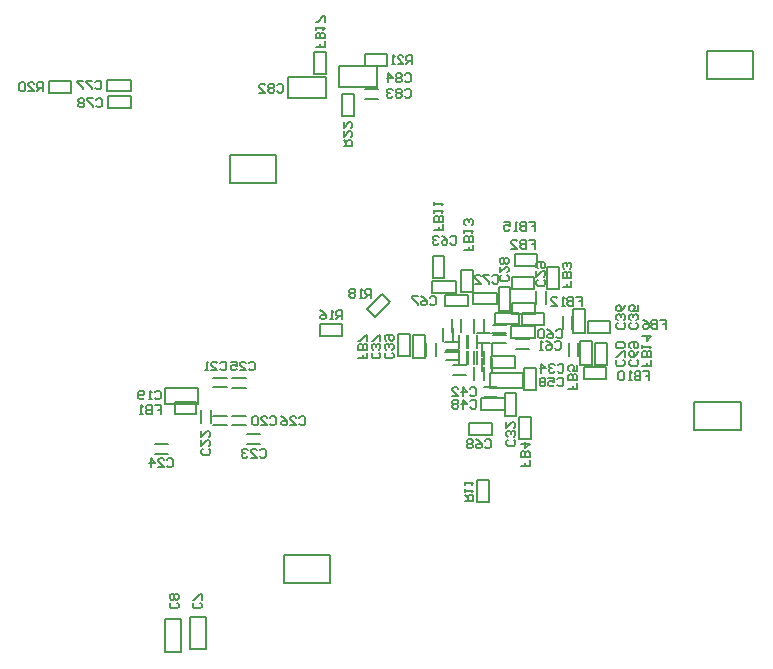
<source format=gbo>
G04*
G04 #@! TF.GenerationSoftware,Altium Limited,Altium Designer,23.0.1 (38)*
G04*
G04 Layer_Color=32896*
%FSLAX43Y43*%
%MOMM*%
G71*
G04*
G04 #@! TF.SameCoordinates,05D2ED34-A1BA-4F44-98ED-29CC40A3A522*
G04*
G04*
G04 #@! TF.FilePolarity,Positive*
G04*
G01*
G75*
%ADD13C,0.200*%
%ADD15C,0.150*%
D13*
X50431Y48655D02*
Y49775D01*
X49611Y48655D02*
Y49775D01*
X47568Y47787D02*
Y48287D01*
Y47787D02*
X49568D01*
Y48787D01*
X47568D02*
X49568D01*
X47568Y48287D02*
Y48787D01*
X46181Y46938D02*
Y47438D01*
Y46938D02*
X48181D01*
Y47938D01*
X46181D02*
X48181D01*
X46181Y47438D02*
Y47938D01*
X44587Y43594D02*
Y44714D01*
X43767Y43594D02*
Y44714D01*
X45922Y45359D02*
X47042D01*
X45922Y46179D02*
X47042D01*
X45951Y46903D02*
X47071D01*
X45951Y46083D02*
X47071D01*
X45052Y44239D02*
Y45359D01*
X45872Y44239D02*
Y45359D01*
X44608Y46182D02*
X45728D01*
X44608Y45362D02*
X45728D01*
X44587Y44916D02*
Y46036D01*
X43767Y44916D02*
Y46036D01*
X41965Y44751D02*
X43085D01*
X41965Y43931D02*
X43085D01*
X43070Y44916D02*
Y46036D01*
X43890Y44916D02*
Y46036D01*
Y43594D02*
Y44714D01*
X43070Y43594D02*
Y44714D01*
X41957Y44619D02*
X43077D01*
X41957Y45439D02*
X43077D01*
X41766Y45549D02*
Y46669D01*
X42586Y45549D02*
Y46669D01*
X42493Y46275D02*
Y47395D01*
X43313Y46275D02*
Y47395D01*
X44394Y46240D02*
Y47360D01*
X45214Y46240D02*
Y47360D01*
X44328Y48634D02*
Y49134D01*
Y48634D02*
X46328D01*
Y49634D01*
X44328D02*
X46328D01*
X44328Y49134D02*
Y49634D01*
X46453Y50103D02*
X46953D01*
X46453Y48103D02*
Y50103D01*
Y48103D02*
X47453D01*
Y50103D01*
X46953D02*
X47453D01*
X47573Y49970D02*
Y50970D01*
X49423D01*
Y49970D02*
Y50970D01*
X47573Y49970D02*
X49423D01*
X48445Y46901D02*
Y47901D01*
X50295D01*
Y46901D02*
Y47901D01*
X48445Y46901D02*
X50295D01*
X47525Y45788D02*
Y46288D01*
Y45788D02*
X49525D01*
Y46788D01*
X47525D02*
X49525D01*
X47525Y46288D02*
Y46788D01*
X47905Y45677D02*
X49025D01*
X47905Y44857D02*
X49025D01*
X45827Y43231D02*
Y43731D01*
Y43231D02*
X47827D01*
Y44231D01*
X45827D02*
X47827D01*
X45827Y43731D02*
Y44231D01*
X48513Y42363D02*
Y42863D01*
X45763D02*
X48513D01*
X45763Y41513D02*
Y42863D01*
Y41513D02*
X48513D01*
Y42363D01*
X44402Y43594D02*
Y44714D01*
X45222Y43594D02*
Y44714D01*
X45872Y42966D02*
Y44086D01*
X45052Y42966D02*
Y44086D01*
X45216Y42221D02*
Y43341D01*
X44396Y42221D02*
Y43341D01*
X42595Y42674D02*
X43715D01*
X42595Y43494D02*
X43715D01*
X40298Y44244D02*
Y45364D01*
X41118Y44244D02*
Y45364D01*
X39226Y46076D02*
X39726D01*
X39226Y44076D02*
Y46076D01*
Y44076D02*
X40226D01*
Y46076D01*
X39726D02*
X40226D01*
X37980Y44255D02*
X38980D01*
X37980D02*
Y46105D01*
X38980D01*
Y44255D02*
Y46105D01*
X48616Y43231D02*
X49616D01*
Y41381D02*
Y43231D01*
X48616Y41381D02*
X49616D01*
X48616D02*
Y43231D01*
X45184Y41650D02*
X46304D01*
X45184Y40830D02*
X46304D01*
X46963Y41163D02*
X47463D01*
X46963Y39163D02*
Y41163D01*
Y39163D02*
X47963D01*
Y41163D01*
X47463D02*
X47963D01*
X44960Y40186D02*
Y40686D01*
X46960D01*
Y39686D02*
Y40686D01*
X44960Y39686D02*
X46960D01*
X44960D02*
Y40186D01*
X43936Y37559D02*
Y38059D01*
Y37559D02*
X45936D01*
Y38559D01*
X43936D02*
X45936D01*
X43936Y38059D02*
Y38559D01*
X44644Y31913D02*
Y33763D01*
Y31913D02*
X45644D01*
Y33763D01*
X44644D02*
X45644D01*
X48217Y39111D02*
X49217D01*
Y37261D02*
Y39111D01*
X48217Y37261D02*
X49217D01*
X48217D02*
Y39111D01*
X51870Y46516D02*
Y47636D01*
X52690Y46516D02*
Y47636D01*
X52790Y48210D02*
X53290D01*
X52790Y46210D02*
Y48210D01*
Y46210D02*
X53790D01*
Y48210D01*
X53290D02*
X53790D01*
X54637Y45388D02*
X55637D01*
Y43538D02*
Y45388D01*
X54637Y43538D02*
X55637D01*
X54637D02*
Y45388D01*
X52399Y44278D02*
Y45398D01*
X53219Y44278D02*
Y45398D01*
X53701Y42295D02*
Y43295D01*
X55551D01*
Y42295D02*
Y43295D01*
X53701Y42295D02*
X55551D01*
X53889Y43504D02*
X54389D01*
Y45504D01*
X53389D02*
X54389D01*
X53389Y43504D02*
Y45504D01*
Y43504D02*
X53889D01*
X54020Y46236D02*
Y47236D01*
X55870D01*
Y46236D02*
Y47236D01*
X54020Y46236D02*
X55870D01*
X50550Y49913D02*
X51550D01*
X50550D02*
Y51763D01*
X51550D01*
Y49913D02*
Y51763D01*
X47830Y51909D02*
Y52909D01*
X49680D01*
Y51909D02*
Y52909D01*
X47830Y51909D02*
X49680D01*
X41904Y48463D02*
Y48963D01*
Y48463D02*
X43904D01*
Y49463D01*
X41904D02*
X43904D01*
X41904Y48963D02*
Y49463D01*
X42859Y50089D02*
Y50589D01*
X40859D02*
X42859D01*
X40859Y49589D02*
Y50589D01*
Y49589D02*
X42859D01*
Y50089D01*
X43312Y49674D02*
X44312D01*
X43312D02*
Y51524D01*
X44312D01*
Y49674D02*
Y51524D01*
X40873Y50843D02*
X41873D01*
X40873D02*
Y52693D01*
X41873D01*
Y50843D02*
Y52693D01*
X33202Y64605D02*
Y66455D01*
Y64605D02*
X34202D01*
Y66455D01*
X33202D02*
X34202D01*
X35165Y66869D02*
X36285D01*
X35165Y66049D02*
X36285D01*
X35175Y68838D02*
X37025D01*
Y69838D01*
X35175D02*
X37025D01*
X35175Y68838D02*
Y69838D01*
X32934Y68347D02*
Y68847D01*
X36184D01*
Y66997D02*
Y68847D01*
X32934Y66997D02*
X36184D01*
X32934D02*
Y68347D01*
X30815Y69966D02*
X31815D01*
Y68116D02*
Y69966D01*
X30815Y68116D02*
X31815D01*
X30815D02*
Y69966D01*
X28628Y67418D02*
Y67918D01*
X31878D01*
Y66068D02*
Y67918D01*
X28628Y66068D02*
X31878D01*
X28628D02*
Y67418D01*
X8425Y66538D02*
X10275D01*
Y67538D01*
X8425D02*
X10275D01*
X8425Y66538D02*
Y67538D01*
X13325Y66663D02*
Y67163D01*
Y66663D02*
X15325D01*
Y67663D01*
X13325D02*
X15325D01*
X13325Y67163D02*
Y67663D01*
X13375Y65263D02*
Y65763D01*
Y65263D02*
X15375D01*
Y66263D01*
X13375D02*
X15375D01*
X13375Y65763D02*
Y66263D01*
X35277Y48247D02*
X36585Y49555D01*
X35277Y48247D02*
X35984Y47540D01*
X37292Y48848D01*
X36585Y49555D02*
X37292Y48848D01*
X31317Y46938D02*
X33167D01*
X31317Y45938D02*
Y46938D01*
Y45938D02*
X33167D01*
Y46938D01*
X23908Y41594D02*
X25028D01*
X23908Y42414D02*
X25028D01*
X22309Y42420D02*
X23429D01*
X22309Y41600D02*
X23429D01*
X18250Y40713D02*
Y41563D01*
X21000D01*
Y40213D02*
Y41563D01*
X18250Y40213D02*
X21000D01*
X18250D02*
Y40713D01*
X20875Y39388D02*
Y40388D01*
X19025Y39388D02*
X20875D01*
X19025D02*
Y40388D01*
X20875D01*
X22072Y38591D02*
Y39711D01*
X21252Y38591D02*
Y39711D01*
X22305Y39205D02*
X23425D01*
X22305Y38385D02*
X23425D01*
X23908Y38390D02*
X25028D01*
X23908Y39210D02*
X25028D01*
X25115Y37647D02*
X26235D01*
X25115Y36827D02*
X26235D01*
X17358Y36810D02*
X18478D01*
X17358Y35990D02*
X18478D01*
X18750Y21963D02*
X19600D01*
Y19213D02*
Y21963D01*
X18250Y19213D02*
X19600D01*
X18250D02*
Y21963D01*
X18750D01*
X20810Y22196D02*
X21660D01*
Y19446D02*
Y22196D01*
X20310Y19446D02*
X21660D01*
X20310D02*
Y22196D01*
X20810D01*
X64079Y67712D02*
X68021D01*
Y70084D01*
X64079D02*
X68021D01*
X64079Y67712D02*
Y70084D01*
X23704Y58937D02*
X27646D01*
Y61309D01*
X23704D02*
X27646D01*
X23704Y58937D02*
Y61309D01*
X63004Y37962D02*
X66946D01*
Y40334D01*
X63004D02*
X66946D01*
X63004Y37962D02*
Y40334D01*
X28279Y27389D02*
X32221D01*
X28279Y25017D02*
Y27389D01*
Y25017D02*
X32221D01*
Y27389D01*
D15*
X33325Y62038D02*
X34075D01*
Y62413D01*
X33950Y62538D01*
X33700D01*
X33575Y62413D01*
Y62038D01*
Y62288D02*
X33325Y62538D01*
Y63288D02*
Y62788D01*
X33825Y63288D01*
X33950D01*
X34075Y63163D01*
Y62913D01*
X33950Y62788D01*
X33325Y64038D02*
Y63538D01*
X33825Y64038D01*
X33950D01*
X34075Y63913D01*
Y63663D01*
X33950Y63538D01*
X39150Y68963D02*
Y69713D01*
X38775D01*
X38650Y69588D01*
Y69338D01*
X38775Y69213D01*
X39150D01*
X38900D02*
X38650Y68963D01*
X37900D02*
X38400D01*
X37900Y69463D01*
Y69588D01*
X38025Y69713D01*
X38275D01*
X38400Y69588D01*
X37650Y68963D02*
X37400D01*
X37525D01*
Y69713D01*
X37650Y69588D01*
X7875Y66688D02*
Y67438D01*
X7500D01*
X7375Y67313D01*
Y67063D01*
X7500Y66938D01*
X7875D01*
X7625D02*
X7375Y66688D01*
X6625D02*
X7125D01*
X6625Y67188D01*
Y67313D01*
X6750Y67438D01*
X7000D01*
X7125Y67313D01*
X6375D02*
X6250Y67438D01*
X6000D01*
X5875Y67313D01*
Y66813D01*
X6000Y66688D01*
X6250D01*
X6375Y66813D01*
Y67313D01*
X35687Y49188D02*
Y49938D01*
X35312D01*
X35187Y49813D01*
Y49563D01*
X35312Y49438D01*
X35687D01*
X35437D02*
X35187Y49188D01*
X34938D02*
X34688D01*
X34813D01*
Y49938D01*
X34938Y49813D01*
X34313D02*
X34188Y49938D01*
X33938D01*
X33813Y49813D01*
Y49688D01*
X33938Y49563D01*
X33813Y49438D01*
Y49313D01*
X33938Y49188D01*
X34188D01*
X34313Y49313D01*
Y49438D01*
X34188Y49563D01*
X34313Y49688D01*
Y49813D01*
X34188Y49563D02*
X33938D01*
X33212Y47388D02*
Y48138D01*
X32837D01*
X32712Y48013D01*
Y47763D01*
X32837Y47638D01*
X33212D01*
X32962D02*
X32712Y47388D01*
X32463D02*
X32213D01*
X32338D01*
Y48138D01*
X32463Y48013D01*
X31338Y48138D02*
X31588Y48013D01*
X31838Y47763D01*
Y47513D01*
X31713Y47388D01*
X31463D01*
X31338Y47513D01*
Y47638D01*
X31463Y47763D01*
X31838D01*
X43575Y32001D02*
X44325D01*
Y32376D01*
X44200Y32501D01*
X43950D01*
X43825Y32376D01*
Y32001D01*
Y32251D02*
X43575Y32501D01*
Y32750D02*
Y33000D01*
Y32875D01*
X44325D01*
X44200Y32750D01*
X43575Y33375D02*
Y33625D01*
Y33500D01*
X44325D01*
X44200Y33375D01*
X49027Y54106D02*
X49527D01*
Y53731D01*
X49277D01*
X49527D01*
Y53356D01*
X48777Y54106D02*
Y53356D01*
X48402D01*
X48277Y53481D01*
Y53606D01*
X48402Y53731D01*
X48777D01*
X48402D01*
X48277Y53856D01*
Y53981D01*
X48402Y54106D01*
X48777D01*
X47528Y53356D02*
X48027D01*
X47528Y53856D01*
Y53981D01*
X47652Y54106D01*
X47902D01*
X48027Y53981D01*
X17337Y40088D02*
X17837D01*
Y39713D01*
X17587D01*
X17837D01*
Y39338D01*
X17087Y40088D02*
Y39338D01*
X16713D01*
X16588Y39463D01*
Y39588D01*
X16713Y39713D01*
X17087D01*
X16713D01*
X16588Y39838D01*
Y39963D01*
X16713Y40088D01*
X17087D01*
X16338Y39338D02*
X16088D01*
X16213D01*
Y40088D01*
X16338Y39963D01*
X18375Y35463D02*
X18500Y35588D01*
X18750D01*
X18875Y35463D01*
Y34963D01*
X18750Y34838D01*
X18500D01*
X18375Y34963D01*
X17625Y34838D02*
X18125D01*
X17625Y35338D01*
Y35463D01*
X17750Y35588D01*
X18000D01*
X18125Y35463D01*
X17000Y34838D02*
Y35588D01*
X17375Y35213D01*
X16875D01*
X26225Y36288D02*
X26350Y36413D01*
X26600D01*
X26725Y36288D01*
Y35788D01*
X26600Y35663D01*
X26350D01*
X26225Y35788D01*
X25475Y35663D02*
X25975D01*
X25475Y36163D01*
Y36288D01*
X25600Y36413D01*
X25850D01*
X25975Y36288D01*
X25225D02*
X25100Y36413D01*
X24850D01*
X24725Y36288D01*
Y36163D01*
X24850Y36038D01*
X24975D01*
X24850D01*
X24725Y35913D01*
Y35788D01*
X24850Y35663D01*
X25100D01*
X25225Y35788D01*
X21925Y36388D02*
X22050Y36263D01*
Y36013D01*
X21925Y35888D01*
X21425D01*
X21300Y36013D01*
Y36263D01*
X21425Y36388D01*
X21300Y37138D02*
Y36638D01*
X21800Y37138D01*
X21925D01*
X22050Y37013D01*
Y36763D01*
X21925Y36638D01*
X21300Y37888D02*
Y37388D01*
X21800Y37888D01*
X21925D01*
X22050Y37763D01*
Y37513D01*
X21925Y37388D01*
X22875Y43663D02*
X23000Y43788D01*
X23250D01*
X23375Y43663D01*
Y43163D01*
X23250Y43038D01*
X23000D01*
X22875Y43163D01*
X22125Y43038D02*
X22625D01*
X22125Y43538D01*
Y43663D01*
X22250Y43788D01*
X22500D01*
X22625Y43663D01*
X21875Y43038D02*
X21625D01*
X21750D01*
Y43788D01*
X21875Y43663D01*
X27100Y39038D02*
X27225Y39163D01*
X27475D01*
X27600Y39038D01*
Y38538D01*
X27475Y38413D01*
X27225D01*
X27100Y38538D01*
X26350Y38413D02*
X26850D01*
X26350Y38913D01*
Y39038D01*
X26475Y39163D01*
X26725D01*
X26850Y39038D01*
X26100D02*
X25975Y39163D01*
X25725D01*
X25600Y39038D01*
Y38538D01*
X25725Y38413D01*
X25975D01*
X26100Y38538D01*
Y39038D01*
X17337Y41213D02*
X17462Y41338D01*
X17712D01*
X17837Y41213D01*
Y40713D01*
X17712Y40588D01*
X17462D01*
X17337Y40713D01*
X17087Y40588D02*
X16838D01*
X16963D01*
Y41338D01*
X17087Y41213D01*
X16463Y40713D02*
X16338Y40588D01*
X16088D01*
X15963Y40713D01*
Y41213D01*
X16088Y41338D01*
X16338D01*
X16463Y41213D01*
Y41088D01*
X16338Y40963D01*
X15963D01*
X19250Y23388D02*
X19375Y23263D01*
Y23013D01*
X19250Y22888D01*
X18750D01*
X18625Y23013D01*
Y23263D01*
X18750Y23388D01*
X19250Y23638D02*
X19375Y23763D01*
Y24013D01*
X19250Y24138D01*
X19125D01*
X19000Y24013D01*
X18875Y24138D01*
X18750D01*
X18625Y24013D01*
Y23763D01*
X18750Y23638D01*
X18875D01*
X19000Y23763D01*
X19125Y23638D01*
X19250D01*
X19000Y23763D02*
Y24013D01*
X21200Y23388D02*
X21325Y23263D01*
Y23013D01*
X21200Y22888D01*
X20700D01*
X20575Y23013D01*
Y23263D01*
X20700Y23388D01*
X21325Y23638D02*
Y24138D01*
X21200D01*
X20700Y23638D01*
X20575D01*
X31750Y70901D02*
Y70401D01*
X31375D01*
Y70651D01*
Y70401D01*
X31000D01*
X31750Y71151D02*
X31000D01*
Y71526D01*
X31125Y71650D01*
X31250D01*
X31375Y71526D01*
Y71151D01*
Y71526D01*
X31500Y71650D01*
X31625D01*
X31750Y71526D01*
Y71151D01*
X31000Y71900D02*
Y72150D01*
Y72025D01*
X31750D01*
X31625Y71900D01*
X31750Y72525D02*
Y73025D01*
X31625D01*
X31125Y72525D01*
X31000D01*
X49039Y55631D02*
X49539D01*
Y55256D01*
X49289D01*
X49539D01*
Y54881D01*
X48790Y55631D02*
Y54881D01*
X48415D01*
X48290Y55006D01*
Y55131D01*
X48415Y55256D01*
X48790D01*
X48415D01*
X48290Y55381D01*
Y55506D01*
X48415Y55631D01*
X48790D01*
X48040Y54881D02*
X47790D01*
X47915D01*
Y55631D01*
X48040Y55506D01*
X46915Y55631D02*
X47415D01*
Y55256D01*
X47165Y55381D01*
X47040D01*
X46915Y55256D01*
Y55006D01*
X47040Y54881D01*
X47290D01*
X47415Y55006D01*
X59381Y43937D02*
Y43437D01*
X59006D01*
Y43687D01*
Y43437D01*
X58631D01*
X59381Y44187D02*
X58631D01*
Y44562D01*
X58756Y44687D01*
X58881D01*
X59006Y44562D01*
Y44187D01*
Y44562D01*
X59131Y44687D01*
X59256D01*
X59381Y44562D01*
Y44187D01*
X58631Y44937D02*
Y45187D01*
Y45062D01*
X59381D01*
X59256Y44937D01*
X58631Y45936D02*
X59381D01*
X59006Y45562D01*
Y46061D01*
X44300Y53701D02*
Y53201D01*
X43925D01*
Y53451D01*
Y53201D01*
X43550D01*
X44300Y53951D02*
X43550D01*
Y54326D01*
X43675Y54450D01*
X43800D01*
X43925Y54326D01*
Y53951D01*
Y54326D01*
X44050Y54450D01*
X44175D01*
X44300Y54326D01*
Y53951D01*
X43550Y54700D02*
Y54950D01*
Y54825D01*
X44300D01*
X44175Y54700D01*
Y55325D02*
X44300Y55450D01*
Y55700D01*
X44175Y55825D01*
X44050D01*
X43925Y55700D01*
Y55575D01*
Y55700D01*
X43800Y55825D01*
X43675D01*
X43550Y55700D01*
Y55450D01*
X43675Y55325D01*
X53037Y49263D02*
X53537D01*
Y48888D01*
X53287D01*
X53537D01*
Y48513D01*
X52787Y49263D02*
Y48513D01*
X52412D01*
X52288Y48638D01*
Y48763D01*
X52412Y48888D01*
X52787D01*
X52412D01*
X52288Y49013D01*
Y49138D01*
X52412Y49263D01*
X52787D01*
X52038Y48513D02*
X51788D01*
X51913D01*
Y49263D01*
X52038Y49138D01*
X50913Y48513D02*
X51413D01*
X50913Y49013D01*
Y49138D01*
X51038Y49263D01*
X51288D01*
X51413Y49138D01*
X41750Y55401D02*
Y54901D01*
X41375D01*
Y55151D01*
Y54901D01*
X41000D01*
X41750Y55651D02*
X41000D01*
Y56025D01*
X41125Y56150D01*
X41250D01*
X41375Y56025D01*
Y55651D01*
Y56025D01*
X41500Y56150D01*
X41625D01*
X41750Y56025D01*
Y55651D01*
X41000Y56400D02*
Y56650D01*
Y56525D01*
X41750D01*
X41625Y56400D01*
X41000Y57025D02*
Y57275D01*
Y57150D01*
X41750D01*
X41625Y57025D01*
X58718Y42955D02*
X59218D01*
Y42580D01*
X58968D01*
X59218D01*
Y42205D01*
X58468Y42955D02*
Y42205D01*
X58093D01*
X57968Y42330D01*
Y42455D01*
X58093Y42580D01*
X58468D01*
X58093D01*
X57968Y42705D01*
Y42830D01*
X58093Y42955D01*
X58468D01*
X57718Y42205D02*
X57468D01*
X57593D01*
Y42955D01*
X57718Y42830D01*
X57094D02*
X56969Y42955D01*
X56719D01*
X56594Y42830D01*
Y42330D01*
X56719Y42205D01*
X56969D01*
X57094Y42330D01*
Y42830D01*
X35325Y44556D02*
Y44056D01*
X34950D01*
Y44306D01*
Y44056D01*
X34575D01*
X35325Y44806D02*
X34575D01*
Y45180D01*
X34700Y45305D01*
X34825D01*
X34950Y45180D01*
Y44806D01*
Y45180D01*
X35075Y45305D01*
X35200D01*
X35325Y45180D01*
Y44806D01*
Y45555D02*
Y46055D01*
X35200D01*
X34700Y45555D01*
X34575D01*
X60150Y47313D02*
X60650D01*
Y46938D01*
X60400D01*
X60650D01*
Y46563D01*
X59900Y47313D02*
Y46563D01*
X59525D01*
X59400Y46688D01*
Y46813D01*
X59525Y46938D01*
X59900D01*
X59525D01*
X59400Y47063D01*
Y47188D01*
X59525Y47313D01*
X59900D01*
X58650D02*
X58900Y47188D01*
X59150Y46938D01*
Y46688D01*
X59025Y46563D01*
X58775D01*
X58650Y46688D01*
Y46813D01*
X58775Y46938D01*
X59150D01*
X53100Y41963D02*
Y41463D01*
X52725D01*
Y41713D01*
Y41463D01*
X52350D01*
X53100Y42213D02*
X52350D01*
Y42588D01*
X52475Y42713D01*
X52600D01*
X52725Y42588D01*
Y42213D01*
Y42588D01*
X52850Y42713D01*
X52975D01*
X53100Y42588D01*
Y42213D01*
Y43463D02*
Y42963D01*
X52725D01*
X52850Y43213D01*
Y43338D01*
X52725Y43463D01*
X52475D01*
X52350Y43338D01*
Y43088D01*
X52475Y42963D01*
X49092Y35463D02*
Y34963D01*
X48717D01*
Y35213D01*
Y34963D01*
X48342D01*
X49092Y35713D02*
X48342D01*
Y36088D01*
X48467Y36213D01*
X48592D01*
X48717Y36088D01*
Y35713D01*
Y36088D01*
X48842Y36213D01*
X48967D01*
X49092Y36088D01*
Y35713D01*
X48342Y36838D02*
X49092D01*
X48717Y36463D01*
Y36963D01*
X52625Y50638D02*
Y50138D01*
X52250D01*
Y50388D01*
Y50138D01*
X51875D01*
X52625Y50888D02*
X51875D01*
Y51263D01*
X52000Y51388D01*
X52125D01*
X52250Y51263D01*
Y50888D01*
Y51263D01*
X52375Y51388D01*
X52500D01*
X52625Y51263D01*
Y50888D01*
X52500Y51638D02*
X52625Y51763D01*
Y52013D01*
X52500Y52138D01*
X52375D01*
X52250Y52013D01*
Y51888D01*
Y52013D01*
X52125Y52138D01*
X52000D01*
X51875Y52013D01*
Y51763D01*
X52000Y51638D01*
X38500Y68088D02*
X38625Y68213D01*
X38875D01*
X39000Y68088D01*
Y67588D01*
X38875Y67463D01*
X38625D01*
X38500Y67588D01*
X38250Y68088D02*
X38125Y68213D01*
X37875D01*
X37750Y68088D01*
Y67963D01*
X37875Y67838D01*
X37750Y67713D01*
Y67588D01*
X37875Y67463D01*
X38125D01*
X38250Y67588D01*
Y67713D01*
X38125Y67838D01*
X38250Y67963D01*
Y68088D01*
X38125Y67838D02*
X37875D01*
X37125Y67463D02*
Y68213D01*
X37500Y67838D01*
X37000D01*
X38500Y66763D02*
X38625Y66888D01*
X38875D01*
X39000Y66763D01*
Y66263D01*
X38875Y66138D01*
X38625D01*
X38500Y66263D01*
X38250Y66763D02*
X38125Y66888D01*
X37875D01*
X37750Y66763D01*
Y66638D01*
X37875Y66513D01*
X37750Y66388D01*
Y66263D01*
X37875Y66138D01*
X38125D01*
X38250Y66263D01*
Y66388D01*
X38125Y66513D01*
X38250Y66638D01*
Y66763D01*
X38125Y66513D02*
X37875D01*
X37500Y66763D02*
X37375Y66888D01*
X37125D01*
X37000Y66763D01*
Y66638D01*
X37125Y66513D01*
X37250D01*
X37125D01*
X37000Y66388D01*
Y66263D01*
X37125Y66138D01*
X37375D01*
X37500Y66263D01*
X27700Y67188D02*
X27825Y67313D01*
X28075D01*
X28200Y67188D01*
Y66688D01*
X28075Y66563D01*
X27825D01*
X27700Y66688D01*
X27450Y67188D02*
X27325Y67313D01*
X27075D01*
X26950Y67188D01*
Y67063D01*
X27075Y66938D01*
X26950Y66813D01*
Y66688D01*
X27075Y66563D01*
X27325D01*
X27450Y66688D01*
Y66813D01*
X27325Y66938D01*
X27450Y67063D01*
Y67188D01*
X27325Y66938D02*
X27075D01*
X26200Y66563D02*
X26700D01*
X26200Y67063D01*
Y67188D01*
X26325Y67313D01*
X26575D01*
X26700Y67188D01*
X12375Y65963D02*
X12500Y66088D01*
X12750D01*
X12875Y65963D01*
Y65463D01*
X12750Y65338D01*
X12500D01*
X12375Y65463D01*
X12125Y66088D02*
X11625D01*
Y65963D01*
X12125Y65463D01*
Y65338D01*
X11375Y65963D02*
X11250Y66088D01*
X11000D01*
X10875Y65963D01*
Y65838D01*
X11000Y65713D01*
X10875Y65588D01*
Y65463D01*
X11000Y65338D01*
X11250D01*
X11375Y65463D01*
Y65588D01*
X11250Y65713D01*
X11375Y65838D01*
Y65963D01*
X11250Y65713D02*
X11000D01*
X12300Y67463D02*
X12425Y67588D01*
X12675D01*
X12800Y67463D01*
Y66963D01*
X12675Y66838D01*
X12425D01*
X12300Y66963D01*
X12050Y67588D02*
X11550D01*
Y67463D01*
X12050Y66963D01*
Y66838D01*
X11300Y67588D02*
X10800D01*
Y67463D01*
X11300Y66963D01*
Y66838D01*
X45925Y51013D02*
X46050Y51138D01*
X46300D01*
X46425Y51013D01*
Y50513D01*
X46300Y50388D01*
X46050D01*
X45925Y50513D01*
X45675Y51138D02*
X45175D01*
Y51013D01*
X45675Y50513D01*
Y50388D01*
X44425D02*
X44925D01*
X44425Y50888D01*
Y51013D01*
X44550Y51138D01*
X44800D01*
X44925Y51013D01*
X57017Y43937D02*
X57142Y43812D01*
Y43562D01*
X57017Y43437D01*
X56518D01*
X56393Y43562D01*
Y43812D01*
X56518Y43937D01*
X57142Y44187D02*
Y44687D01*
X57017D01*
X56518Y44187D01*
X56393D01*
X57017Y44937D02*
X57142Y45062D01*
Y45312D01*
X57017Y45437D01*
X56518D01*
X56393Y45312D01*
Y45062D01*
X56518Y44937D01*
X57017D01*
X58137Y43937D02*
X58262Y43812D01*
Y43562D01*
X58137Y43437D01*
X57637D01*
X57512Y43562D01*
Y43812D01*
X57637Y43937D01*
X58262Y44687D02*
X58137Y44437D01*
X57887Y44187D01*
X57637D01*
X57512Y44312D01*
Y44562D01*
X57637Y44687D01*
X57762D01*
X57887Y44562D01*
Y44187D01*
X57637Y44937D02*
X57512Y45062D01*
Y45312D01*
X57637Y45437D01*
X58137D01*
X58262Y45312D01*
Y45062D01*
X58137Y44937D01*
X58012D01*
X57887Y45062D01*
Y45437D01*
X45275Y37088D02*
X45400Y37213D01*
X45650D01*
X45775Y37088D01*
Y36588D01*
X45650Y36463D01*
X45400D01*
X45275Y36588D01*
X44525Y37213D02*
X44775Y37088D01*
X45025Y36838D01*
Y36588D01*
X44900Y36463D01*
X44650D01*
X44525Y36588D01*
Y36713D01*
X44650Y36838D01*
X45025D01*
X44275Y37088D02*
X44150Y37213D01*
X43900D01*
X43775Y37088D01*
Y36963D01*
X43900Y36838D01*
X43775Y36713D01*
Y36588D01*
X43900Y36463D01*
X44150D01*
X44275Y36588D01*
Y36713D01*
X44150Y36838D01*
X44275Y36963D01*
Y37088D01*
X44150Y36838D02*
X43900D01*
X40625Y49188D02*
X40750Y49313D01*
X41000D01*
X41125Y49188D01*
Y48688D01*
X41000Y48563D01*
X40750D01*
X40625Y48688D01*
X39875Y49313D02*
X40125Y49188D01*
X40375Y48938D01*
Y48688D01*
X40250Y48563D01*
X40000D01*
X39875Y48688D01*
Y48813D01*
X40000Y48938D01*
X40375D01*
X39625Y49313D02*
X39125D01*
Y49188D01*
X39625Y48688D01*
Y48563D01*
X42375Y54313D02*
X42500Y54438D01*
X42750D01*
X42875Y54313D01*
Y53813D01*
X42750Y53688D01*
X42500D01*
X42375Y53813D01*
X41625Y54438D02*
X41875Y54313D01*
X42125Y54063D01*
Y53813D01*
X42000Y53688D01*
X41750D01*
X41625Y53813D01*
Y53938D01*
X41750Y54063D01*
X42125D01*
X41375Y54313D02*
X41250Y54438D01*
X41000D01*
X40875Y54313D01*
Y54188D01*
X41000Y54063D01*
X41125D01*
X41000D01*
X40875Y53938D01*
Y53813D01*
X41000Y53688D01*
X41250D01*
X41375Y53813D01*
X51200Y45438D02*
X51325Y45563D01*
X51575D01*
X51700Y45438D01*
Y44938D01*
X51575Y44813D01*
X51325D01*
X51200Y44938D01*
X50450Y45563D02*
X50700Y45438D01*
X50950Y45188D01*
Y44938D01*
X50825Y44813D01*
X50575D01*
X50450Y44938D01*
Y45063D01*
X50575Y45188D01*
X50950D01*
X50200Y44813D02*
X49950D01*
X50075D01*
Y45563D01*
X50200Y45438D01*
X51325Y46413D02*
X51450Y46538D01*
X51700D01*
X51825Y46413D01*
Y45913D01*
X51700Y45788D01*
X51450D01*
X51325Y45913D01*
X50575Y46538D02*
X50825Y46413D01*
X51075Y46163D01*
Y45913D01*
X50950Y45788D01*
X50700D01*
X50575Y45913D01*
Y46038D01*
X50700Y46163D01*
X51075D01*
X50325Y46413D02*
X50200Y46538D01*
X49950D01*
X49825Y46413D01*
Y45913D01*
X49950Y45788D01*
X50200D01*
X50325Y45913D01*
Y46413D01*
X51425Y42313D02*
X51550Y42438D01*
X51800D01*
X51925Y42313D01*
Y41813D01*
X51800Y41688D01*
X51550D01*
X51425Y41813D01*
X50675Y42438D02*
X51175D01*
Y42063D01*
X50925Y42188D01*
X50800D01*
X50675Y42063D01*
Y41813D01*
X50800Y41688D01*
X51050D01*
X51175Y41813D01*
X50425Y42313D02*
X50300Y42438D01*
X50050D01*
X49925Y42313D01*
Y42188D01*
X50050Y42063D01*
X49925Y41938D01*
Y41813D01*
X50050Y41688D01*
X50300D01*
X50425Y41813D01*
Y41938D01*
X50300Y42063D01*
X50425Y42188D01*
Y42313D01*
X50300Y42063D02*
X50050D01*
X44050Y40413D02*
X44175Y40538D01*
X44425D01*
X44550Y40413D01*
Y39913D01*
X44425Y39788D01*
X44175D01*
X44050Y39913D01*
X43425Y39788D02*
Y40538D01*
X43800Y40163D01*
X43300D01*
X43050Y40413D02*
X42925Y40538D01*
X42675D01*
X42550Y40413D01*
Y40288D01*
X42675Y40163D01*
X42550Y40038D01*
Y39913D01*
X42675Y39788D01*
X42925D01*
X43050Y39913D01*
Y40038D01*
X42925Y40163D01*
X43050Y40288D01*
Y40413D01*
X42925Y40163D02*
X42675D01*
X44025Y41488D02*
X44150Y41613D01*
X44400D01*
X44525Y41488D01*
Y40988D01*
X44400Y40863D01*
X44150D01*
X44025Y40988D01*
X43400Y40863D02*
Y41613D01*
X43775Y41238D01*
X43275D01*
X42525Y40863D02*
X43025D01*
X42525Y41363D01*
Y41488D01*
X42650Y41613D01*
X42900D01*
X43025Y41488D01*
X37444Y44556D02*
X37569Y44431D01*
Y44181D01*
X37444Y44056D01*
X36944D01*
X36819Y44181D01*
Y44431D01*
X36944Y44556D01*
X37444Y44806D02*
X37569Y44931D01*
Y45180D01*
X37444Y45305D01*
X37319D01*
X37194Y45180D01*
Y45055D01*
Y45180D01*
X37069Y45305D01*
X36944D01*
X36819Y45180D01*
Y44931D01*
X36944Y44806D01*
Y45555D02*
X36819Y45680D01*
Y45930D01*
X36944Y46055D01*
X37444D01*
X37569Y45930D01*
Y45680D01*
X37444Y45555D01*
X37319D01*
X37194Y45680D01*
Y46055D01*
X36322Y44556D02*
X36447Y44431D01*
Y44181D01*
X36322Y44056D01*
X35822D01*
X35697Y44181D01*
Y44431D01*
X35822Y44556D01*
X36322Y44806D02*
X36447Y44931D01*
Y45180D01*
X36322Y45305D01*
X36197D01*
X36072Y45180D01*
Y45055D01*
Y45180D01*
X35947Y45305D01*
X35822D01*
X35697Y45180D01*
Y44931D01*
X35822Y44806D01*
X36447Y45555D02*
Y46055D01*
X36322D01*
X35822Y45555D01*
X35697D01*
X57050Y47063D02*
X57175Y46938D01*
Y46688D01*
X57050Y46563D01*
X56550D01*
X56425Y46688D01*
Y46938D01*
X56550Y47063D01*
X57050Y47313D02*
X57175Y47438D01*
Y47688D01*
X57050Y47813D01*
X56925D01*
X56800Y47688D01*
Y47563D01*
Y47688D01*
X56675Y47813D01*
X56550D01*
X56425Y47688D01*
Y47438D01*
X56550Y47313D01*
X57175Y48562D02*
X57050Y48313D01*
X56800Y48063D01*
X56550D01*
X56425Y48188D01*
Y48437D01*
X56550Y48562D01*
X56675D01*
X56800Y48437D01*
Y48063D01*
X58125Y47063D02*
X58250Y46938D01*
Y46688D01*
X58125Y46563D01*
X57625D01*
X57500Y46688D01*
Y46938D01*
X57625Y47063D01*
X58125Y47313D02*
X58250Y47438D01*
Y47688D01*
X58125Y47813D01*
X58000D01*
X57875Y47688D01*
Y47563D01*
Y47688D01*
X57750Y47813D01*
X57625D01*
X57500Y47688D01*
Y47438D01*
X57625Y47313D01*
X58250Y48562D02*
Y48063D01*
X57875D01*
X58000Y48313D01*
Y48437D01*
X57875Y48562D01*
X57625D01*
X57500Y48437D01*
Y48188D01*
X57625Y48063D01*
X51450Y43488D02*
X51575Y43613D01*
X51825D01*
X51950Y43488D01*
Y42988D01*
X51825Y42863D01*
X51575D01*
X51450Y42988D01*
X51200Y43488D02*
X51075Y43613D01*
X50825D01*
X50700Y43488D01*
Y43363D01*
X50825Y43238D01*
X50950D01*
X50825D01*
X50700Y43113D01*
Y42988D01*
X50825Y42863D01*
X51075D01*
X51200Y42988D01*
X50075Y42863D02*
Y43613D01*
X50450Y43238D01*
X49950D01*
X47725Y37163D02*
X47850Y37038D01*
Y36788D01*
X47725Y36663D01*
X47225D01*
X47100Y36788D01*
Y37038D01*
X47225Y37163D01*
X47725Y37413D02*
X47850Y37538D01*
Y37788D01*
X47725Y37913D01*
X47600D01*
X47475Y37788D01*
Y37663D01*
Y37788D01*
X47350Y37913D01*
X47225D01*
X47100Y37788D01*
Y37538D01*
X47225Y37413D01*
X47100Y38663D02*
Y38163D01*
X47600Y38663D01*
X47725D01*
X47850Y38538D01*
Y38288D01*
X47725Y38163D01*
X50275Y50713D02*
X50400Y50588D01*
Y50338D01*
X50275Y50213D01*
X49775D01*
X49650Y50338D01*
Y50588D01*
X49775Y50713D01*
X49650Y51463D02*
Y50963D01*
X50150Y51463D01*
X50275D01*
X50400Y51338D01*
Y51088D01*
X50275Y50963D01*
X49775Y51713D02*
X49650Y51838D01*
Y52088D01*
X49775Y52213D01*
X50275D01*
X50400Y52088D01*
Y51838D01*
X50275Y51713D01*
X50150D01*
X50025Y51838D01*
Y52213D01*
X47175Y51088D02*
X47300Y50963D01*
Y50713D01*
X47175Y50588D01*
X46675D01*
X46550Y50713D01*
Y50963D01*
X46675Y51088D01*
X46550Y51838D02*
Y51338D01*
X47050Y51838D01*
X47175D01*
X47300Y51713D01*
Y51463D01*
X47175Y51338D01*
Y52088D02*
X47300Y52213D01*
Y52463D01*
X47175Y52588D01*
X47050D01*
X46925Y52463D01*
X46800Y52588D01*
X46675D01*
X46550Y52463D01*
Y52213D01*
X46675Y52088D01*
X46800D01*
X46925Y52213D01*
X47050Y52088D01*
X47175D01*
X46925Y52213D02*
Y52463D01*
X29575Y39038D02*
X29700Y39163D01*
X29950D01*
X30075Y39038D01*
Y38538D01*
X29950Y38413D01*
X29700D01*
X29575Y38538D01*
X28825Y38413D02*
X29325D01*
X28825Y38913D01*
Y39038D01*
X28950Y39163D01*
X29200D01*
X29325Y39038D01*
X28075Y39163D02*
X28325Y39038D01*
X28575Y38788D01*
Y38538D01*
X28450Y38413D01*
X28200D01*
X28075Y38538D01*
Y38663D01*
X28200Y38788D01*
X28575D01*
X25299Y43663D02*
X25424Y43788D01*
X25674D01*
X25799Y43663D01*
Y43163D01*
X25674Y43038D01*
X25424D01*
X25299Y43163D01*
X24549Y43038D02*
X25049D01*
X24549Y43538D01*
Y43663D01*
X24674Y43788D01*
X24924D01*
X25049Y43663D01*
X23800Y43788D02*
X24300D01*
Y43413D01*
X24050Y43538D01*
X23925D01*
X23800Y43413D01*
Y43163D01*
X23925Y43038D01*
X24175D01*
X24300Y43163D01*
M02*

</source>
